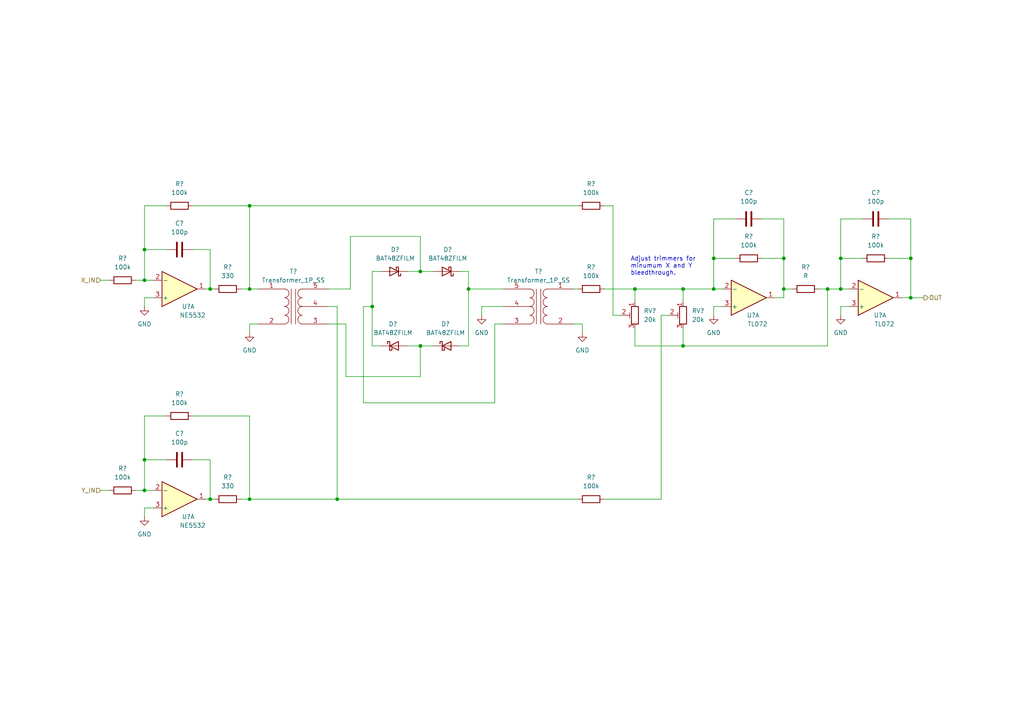
<source format=kicad_sch>
(kicad_sch (version 20211123) (generator eeschema)
  (paper "A4")
  (title_block (title "Josh Ox Ribon Synth Main VCO board") (date "2022-06-18") (rev "0") (comment 2 "creativecommons.org/licences/by/4.0") (comment 3 "license: CC by 4.0") (comment 4 "Author: Jordan Acete"))
  (lib_symbols
    (symbol "Amplifier_Operational:NE5532" (pin_names (offset 0.127))
      (property "Reference" "U" (at 0 5.08 0))
      (property "Value" "NE5532" (at 0 -5.08 0))
      (symbol "NE5532_1_1"
        (polyline (pts (xy -5.08 5.08) (xy 5.08 0) (xy -5.08 -5.08) (xy -5.08 5.08)) (stroke (width 0.254)) (fill (type background)))
        (pin output line (at 7.62 0 180) (length 2.54) (name "~") (number "1"))
        (pin input line (at -7.62 -2.54 0) (length 2.54) (name "-") (number "2"))
        (pin input line (at -7.62 2.54 0) (length 2.54) (name "+") (number "3"))
      )
      (symbol "NE5532_2_1"
        (polyline (pts (xy -5.08 5.08) (xy 5.08 0) (xy -5.08 -5.08) (xy -5.08 5.08)) (stroke (width 0.254)) (fill (type background)))
        (pin input line (at -7.62 2.54 0) (length 2.54) (name "+") (number "5"))
        (pin input line (at -7.62 -2.54 0) (length 2.54) (name "-") (number "6"))
        (pin output line (at 7.62 0 180) (length 2.54) (name "~") (number "7"))
      )
      (symbol "NE5532_3_1"
        (pin power_in line (at -2.54 -7.62 90) (length 3.81) (name "V-") (number "4"))
        (pin power_in line (at -2.54 7.62 270) (length 3.81) (name "V+") (number "8"))
      )
    )
    (symbol "Amplifier_Operational:TL072" (pin_names (offset 0.127))
      (property "Reference" "U" (at 0 5.08 0))
      (property "Value" "TL072" (at 0 -5.08 0))
      (symbol "TL072_1_1"
        (polyline (pts (xy -5.08 5.08) (xy 5.08 0) (xy -5.08 -5.08) (xy -5.08 5.08)) (stroke (width 0.254)) (fill (type background)))
        (pin output line (at 7.62 0 180) (length 2.54) (name "~") (number "1"))
        (pin input line (at -7.62 -2.54 0) (length 2.54) (name "-") (number "2"))
        (pin input line (at -7.62 2.54 0) (length 2.54) (name "+") (number "3"))
      )
      (symbol "TL072_2_1"
        (polyline (pts (xy -5.08 5.08) (xy 5.08 0) (xy -5.08 -5.08) (xy -5.08 5.08)) (stroke (width 0.254)) (fill (type background)))
        (pin input line (at -7.62 2.54 0) (length 2.54) (name "+") (number "5"))
        (pin input line (at -7.62 -2.54 0) (length 2.54) (name "-") (number "6"))
        (pin output line (at 7.62 0 180) (length 2.54) (name "~") (number "7"))
      )
      (symbol "TL072_3_1"
        (pin power_in line (at -2.54 -7.62 90) (length 3.81) (name "V-") (number "4"))
        (pin power_in line (at -2.54 7.62 270) (length 3.81) (name "V+") (number "8"))
      )
    )
    (symbol "Device:C" (pin_numbers hide) (pin_names (offset 0.254))
      (property "Reference" "C" (at 0.635 2.54 0))
      (property "Value" "C" (at 0.635 -2.54 0))
      (symbol "C_0_1"
        (polyline (pts (xy -2.032 -0.762) (xy 2.032 -0.762)) (stroke (width 0.508)))
        (polyline (pts (xy -2.032 0.762) (xy 2.032 0.762)) (stroke (width 0.508)))
      )
      (symbol "C_1_1"
        (pin passive line (at 0 3.81 270) (length 2.794) (name "~") (number "1"))
        (pin passive line (at 0 -3.81 90) (length 2.794) (name "~") (number "2"))
      )
    )
    (symbol "Device:R" (pin_numbers hide) (pin_names (offset 0))
      (property "Reference" "R" (at 2.032 0 90))
      (property "Value" "R" (at 0 0 90))
      (symbol "R_0_1"
        (rectangle (start -1.016 -2.54) (end 1.016 2.54) (stroke (width 0.254)))
      )
      (symbol "R_1_1"
        (pin passive line (at 0 3.81 270) (length 1.27) (name "~") (number "1"))
        (pin passive line (at 0 -3.81 90) (length 1.27) (name "~") (number "2"))
      )
    )
    (symbol "Device:R_Potentiometer_Trim" (pin_names (offset 1.016) hide)
      (property "Reference" "RV" (at -4.445 0 90))
      (property "Value" "R_Potentiometer_Trim" (at -2.54 0 90))
      (symbol "R_Potentiometer_Trim_0_1"
        (polyline (pts (xy 1.524 0.762) (xy 1.524 -0.762)))
        (polyline (pts (xy 2.54 0) (xy 1.524 0)))
        (rectangle (start 1.016 2.54) (end -1.016 -2.54) (stroke (width 0.254)))
      )
      (symbol "R_Potentiometer_Trim_1_1"
        (pin passive line (at 0 3.81 270) (length 1.27) (name "1") (number "1"))
        (pin passive line (at 3.81 0 180) (length 1.27) (name "2") (number "2"))
        (pin passive line (at 0 -3.81 90) (length 1.27) (name "3") (number "3"))
      )
    )
    (symbol "Device:Transformer_1P_SS" (pin_names (offset 1.016) hide)
      (property "Reference" "T" (at 0 6.35 0))
      (property "Value" "Transformer_1P_SS" (at 0 -7.62 0))
      (symbol "Transformer_1P_SS_0_1"
        (arc (start -2.54 -5.0546) (mid -1.6599 -4.6901) (end -1.27 -3.81))
        (arc (start -2.54 -2.5146) (mid -1.6599 -2.1501) (end -1.27 -1.27))
        (arc (start -2.54 0.0254) (mid -1.6599 0.3899) (end -1.27 1.27))
        (arc (start -2.54 2.5654) (mid -1.6599 2.9299) (end -1.27 3.81))
        (arc (start -1.27 -3.81) (mid -1.642 -2.912) (end -2.54 -2.54))
        (arc (start -1.27 -1.27) (mid -1.642 -0.372) (end -2.54 0))
        (arc (start -1.27 1.27) (mid -1.642 2.168) (end -2.54 2.54))
        (arc (start -1.27 3.81) (mid -1.642 4.708) (end -2.54 5.08))
        (polyline (pts (xy -0.635 5.08) (xy -0.635 -5.08)))
        (polyline (pts (xy 0.635 -5.08) (xy 0.635 5.08)))
        (arc (start 1.2954 -1.27) (mid 1.6599 -2.1501) (end 2.54 -2.5146))
        (arc (start 1.2954 1.27) (mid 1.6599 0.3899) (end 2.54 0.0254))
        (arc (start 1.2954 3.81) (mid 1.6599 2.9299) (end 2.54 2.5654))
        (arc (start 1.3208 -3.81) (mid 1.6853 -4.6901) (end 2.5654 -5.0546))
        (arc (start 2.54 0) (mid 1.642 -0.372) (end 1.2954 -1.27))
        (arc (start 2.54 2.54) (mid 1.642 2.168) (end 1.2954 1.27))
        (arc (start 2.54 5.08) (mid 1.642 4.708) (end 1.2954 3.81))
        (arc (start 2.5654 -2.54) (mid 1.6674 -2.912) (end 1.3208 -3.81))
      )
      (symbol "Transformer_1P_SS_1_1"
        (pin passive line (at -10.16 5.08 0) (length 7.62) (name "AA") (number "1"))
        (pin passive line (at -10.16 -5.08 0) (length 7.62) (name "AB") (number "2"))
        (pin passive line (at 10.16 -5.08 180) (length 7.62) (name "SA") (number "3"))
        (pin passive line (at 10.16 0 180) (length 7.62) (name "SC") (number "4"))
        (pin passive line (at 10.16 5.08 180) (length 7.62) (name "SB") (number "5"))
      )
    )
    (symbol "Diode:BAT48ZFILM" (pin_numbers hide) (pin_names (offset 1.016) hide)
      (property "Reference" "D" (at 0 2.54 0))
      (property "Value" "BAT48ZFILM" (at 0 -2.54 0))
      (symbol "BAT48ZFILM_0_1"
        (polyline (pts (xy 1.27 0) (xy -1.27 0)))
        (polyline (pts (xy 1.27 1.27) (xy 1.27 -1.27) (xy -1.27 0) (xy 1.27 1.27)) (stroke (width 0.254)))
        (polyline (pts (xy -1.905 0.635) (xy -1.905 1.27) (xy -1.27 1.27) (xy -1.27 -1.27) (xy -0.635 -1.27) (xy -0.635 -0.635)) (stroke (width 0.254)))
      )
      (symbol "BAT48ZFILM_1_1"
        (pin passive line (at -3.81 0 0) (length 2.54) (name "K") (number "1"))
        (pin passive line (at 3.81 0 180) (length 2.54) (name "A") (number "2"))
      )
    )
    (symbol "power:GND" (power) (pin_names (offset 0))
      (property "Value" "GND" (at 0 -3.81 0))
      (symbol "GND_0_1"
        (polyline (pts (xy 0 0) (xy 0 -1.27) (xy 1.27 -1.27) (xy 0 -2.54) (xy -1.27 -1.27) (xy 0 -1.27)))
      )
      (symbol "GND_1_1"
        (pin power_in line (at 0 0 270) (length 0) hide (name "GND") (number "1"))
      )
    )
  )
  (junction (at 264.16 86.36))
  (junction (at 60.96 144.78))
  (junction (at 198.12 100.33))
  (junction (at 264.16 74.93))
  (junction (at 227.33 74.93))
  (junction (at 243.84 83.82))
  (junction (at 121.92 78.74))
  (junction (at 184.15 83.82))
  (junction (at 41.91 81.28))
  (junction (at 60.96 83.82))
  (junction (at 107.95 88.9))
  (junction (at 41.91 142.24))
  (junction (at 41.91 133.35))
  (junction (at 72.39 144.78))
  (junction (at 72.39 59.69))
  (junction (at 97.79 144.78))
  (junction (at 240.03 83.82))
  (junction (at 207.01 74.93))
  (junction (at 243.84 74.93))
  (junction (at 121.92 100.33))
  (junction (at 207.01 83.82))
  (junction (at 135.89 83.82))
  (junction (at 198.12 83.82))
  (junction (at 72.39 83.82))
  (junction (at 227.33 83.82))
  (junction (at 41.91 72.39))
  (wire (pts (xy 101.6 83.82) (xy 95.25 83.82)))
  (wire (pts (xy 41.91 133.35) (xy 48.26 133.35)))
  (wire (pts (xy 261.62 86.36) (xy 264.16 86.36)))
  (wire (pts (xy 227.33 74.93) (xy 227.33 63.5)))
  (wire (pts (xy 29.21 142.24) (xy 31.75 142.24)))
  (wire (pts (xy 184.15 95.25) (xy 184.15 100.33)))
  (wire (pts (xy 39.37 142.24) (xy 41.91 142.24)))
  (wire (pts (xy 139.7 91.44) (xy 139.7 88.9)))
  (wire (pts (xy 97.79 144.78) (xy 167.64 144.78)))
  (wire (pts (xy 107.95 78.74) (xy 107.95 88.9)))
  (wire (pts (xy 207.01 83.82) (xy 207.01 74.93)))
  (wire (pts (xy 121.92 100.33) (xy 125.73 100.33)))
  (wire (pts (xy 72.39 144.78) (xy 72.39 120.65)))
  (wire (pts (xy 264.16 86.36) (xy 264.16 74.93)))
  (wire (pts (xy 180.34 91.44) (xy 177.8 91.44)))
  (wire (pts (xy 121.92 100.33) (xy 121.92 109.22)))
  (wire (pts (xy 60.96 72.39) (xy 55.88 72.39)))
  (wire (pts (xy 168.91 93.98) (xy 166.37 93.98)))
  (wire (pts (xy 207.01 63.5) (xy 213.36 63.5)))
  (wire (pts (xy 95.25 88.9) (xy 97.79 88.9)))
  (wire (pts (xy 101.6 68.58) (xy 101.6 83.82)))
  (wire (pts (xy 207.01 88.9) (xy 209.55 88.9)))
  (wire (pts (xy 264.16 63.5) (xy 257.81 63.5)))
  (wire (pts (xy 177.8 59.69) (xy 175.26 59.69)))
  (wire (pts (xy 100.33 93.98) (xy 95.25 93.98)))
  (wire (pts (xy 198.12 100.33) (xy 198.12 95.25)))
  (wire (pts (xy 168.91 96.52) (xy 168.91 93.98)))
  (wire (pts (xy 220.98 74.93) (xy 227.33 74.93)))
  (wire (pts (xy 243.84 74.93) (xy 243.84 63.5)))
  (wire (pts (xy 110.49 78.74) (xy 107.95 78.74)))
  (wire (pts (xy 100.33 109.22) (xy 100.33 93.98)))
  (wire (pts (xy 264.16 74.93) (xy 264.16 63.5)))
  (wire (pts (xy 105.41 88.9) (xy 107.95 88.9)))
  (wire (pts (xy 243.84 83.82) (xy 243.84 74.93)))
  (wire (pts (xy 243.84 74.93) (xy 250.19 74.93)))
  (wire (pts (xy 243.84 91.44) (xy 243.84 88.9)))
  (wire (pts (xy 60.96 133.35) (xy 55.88 133.35)))
  (wire (pts (xy 198.12 83.82) (xy 198.12 87.63)))
  (wire (pts (xy 264.16 86.36) (xy 267.97 86.36)))
  (wire (pts (xy 39.37 81.28) (xy 41.91 81.28)))
  (wire (pts (xy 240.03 83.82) (xy 243.84 83.82)))
  (wire (pts (xy 44.45 142.24) (xy 41.91 142.24)))
  (wire (pts (xy 41.91 88.9) (xy 41.91 86.36)))
  (wire (pts (xy 60.96 83.82) (xy 62.23 83.82)))
  (wire (pts (xy 227.33 83.82) (xy 227.33 74.93)))
  (wire (pts (xy 143.51 116.84) (xy 143.51 93.98)))
  (wire (pts (xy 121.92 78.74) (xy 121.92 68.58)))
  (wire (pts (xy 243.84 88.9) (xy 246.38 88.9)))
  (wire (pts (xy 191.77 91.44) (xy 191.77 144.78)))
  (wire (pts (xy 118.11 78.74) (xy 121.92 78.74)))
  (wire (pts (xy 107.95 100.33) (xy 110.49 100.33)))
  (wire (pts (xy 41.91 72.39) (xy 41.91 59.69)))
  (wire (pts (xy 237.49 83.82) (xy 240.03 83.82)))
  (wire (pts (xy 257.81 74.93) (xy 264.16 74.93)))
  (wire (pts (xy 41.91 120.65) (xy 48.26 120.65)))
  (wire (pts (xy 60.96 144.78) (xy 60.96 133.35)))
  (wire (pts (xy 191.77 144.78) (xy 175.26 144.78)))
  (wire (pts (xy 209.55 83.82) (xy 207.01 83.82)))
  (wire (pts (xy 135.89 78.74) (xy 135.89 83.82)))
  (wire (pts (xy 41.91 133.35) (xy 41.91 120.65)))
  (wire (pts (xy 55.88 59.69) (xy 72.39 59.69)))
  (wire (pts (xy 121.92 68.58) (xy 101.6 68.58)))
  (wire (pts (xy 60.96 83.82) (xy 60.96 72.39)))
  (wire (pts (xy 224.79 86.36) (xy 227.33 86.36)))
  (wire (pts (xy 207.01 74.93) (xy 213.36 74.93)))
  (wire (pts (xy 41.91 86.36) (xy 44.45 86.36)))
  (wire (pts (xy 243.84 63.5) (xy 250.19 63.5)))
  (wire (pts (xy 41.91 149.86) (xy 41.91 147.32)))
  (wire (pts (xy 72.39 144.78) (xy 97.79 144.78)))
  (wire (pts (xy 69.85 144.78) (xy 72.39 144.78)))
  (wire (pts (xy 175.26 83.82) (xy 184.15 83.82)))
  (wire (pts (xy 105.41 116.84) (xy 143.51 116.84)))
  (wire (pts (xy 133.35 78.74) (xy 135.89 78.74)))
  (wire (pts (xy 143.51 93.98) (xy 146.05 93.98)))
  (wire (pts (xy 41.91 81.28) (xy 41.91 72.39)))
  (wire (pts (xy 184.15 83.82) (xy 184.15 87.63)))
  (wire (pts (xy 227.33 63.5) (xy 220.98 63.5)))
  (wire (pts (xy 139.7 88.9) (xy 146.05 88.9)))
  (wire (pts (xy 177.8 91.44) (xy 177.8 59.69)))
  (wire (pts (xy 97.79 88.9) (xy 97.79 144.78)))
  (wire (pts (xy 59.69 144.78) (xy 60.96 144.78)))
  (wire (pts (xy 55.88 120.65) (xy 72.39 120.65)))
  (wire (pts (xy 121.92 78.74) (xy 125.73 78.74)))
  (wire (pts (xy 194.31 91.44) (xy 191.77 91.44)))
  (wire (pts (xy 41.91 142.24) (xy 41.91 133.35)))
  (wire (pts (xy 41.91 72.39) (xy 48.26 72.39)))
  (wire (pts (xy 135.89 83.82) (xy 135.89 100.33)))
  (wire (pts (xy 118.11 100.33) (xy 121.92 100.33)))
  (wire (pts (xy 166.37 83.82) (xy 167.64 83.82)))
  (wire (pts (xy 198.12 100.33) (xy 240.03 100.33)))
  (wire (pts (xy 246.38 83.82) (xy 243.84 83.82)))
  (wire (pts (xy 69.85 83.82) (xy 72.39 83.82)))
  (wire (pts (xy 207.01 91.44) (xy 207.01 88.9)))
  (wire (pts (xy 29.21 81.28) (xy 31.75 81.28)))
  (wire (pts (xy 227.33 83.82) (xy 229.87 83.82)))
  (wire (pts (xy 135.89 100.33) (xy 133.35 100.33)))
  (wire (pts (xy 105.41 88.9) (xy 105.41 116.84)))
  (wire (pts (xy 60.96 144.78) (xy 62.23 144.78)))
  (wire (pts (xy 167.64 59.69) (xy 72.39 59.69)))
  (wire (pts (xy 59.69 83.82) (xy 60.96 83.82)))
  (wire (pts (xy 107.95 88.9) (xy 107.95 100.33)))
  (wire (pts (xy 121.92 109.22) (xy 100.33 109.22)))
  (wire (pts (xy 41.91 147.32) (xy 44.45 147.32)))
  (wire (pts (xy 44.45 81.28) (xy 41.91 81.28)))
  (wire (pts (xy 184.15 100.33) (xy 198.12 100.33)))
  (wire (pts (xy 240.03 100.33) (xy 240.03 83.82)))
  (wire (pts (xy 207.01 74.93) (xy 207.01 63.5)))
  (wire (pts (xy 72.39 96.52) (xy 72.39 93.98)))
  (wire (pts (xy 72.39 93.98) (xy 74.93 93.98)))
  (wire (pts (xy 198.12 83.82) (xy 207.01 83.82)))
  (wire (pts (xy 72.39 83.82) (xy 74.93 83.82)))
  (wire (pts (xy 135.89 83.82) (xy 146.05 83.82)))
  (wire (pts (xy 41.91 59.69) (xy 48.26 59.69)))
  (wire (pts (xy 184.15 83.82) (xy 198.12 83.82)))
  (wire (pts (xy 72.39 59.69) (xy 72.39 83.82)))
  (wire (pts (xy 227.33 86.36) (xy 227.33 83.82)))
  (text "Adjust trimmers for\nminumum X and Y \nbleedthrough.\n" (at 182.88 80.01 0) (effects (font (size 1.27 1.27)) (justify left bottom)))
  (hierarchical_label "X_IN" (shape input) (at 29.21 81.28 180))
  (hierarchical_label "OUT" (shape output) (at 267.97 86.36 0))
  (hierarchical_label "Y_IN" (shape input) (at 29.21 142.24 180))
  (symbol (lib_id "Device:R") (at 35.56 81.28 90) (unit 1)
    (property "Reference" "R?" (at 35.56 74.93 90))
    (property "Value" "100k" (at 35.56 77.47 90))
  )
  (symbol (lib_id "Diode:BAT48ZFILM") (at 129.54 100.33 0) (unit 1)
    (property "Reference" "D?" (at 129.2225 93.98 0))
    (property "Value" "BAT48ZFILM" (at 129.2225 96.52 0))
    (property "Footprint" "Diode_SMD:D_SOD-123" (effects hide))
    (property "Datasheet" "www.st.com/resource/en/datasheet/bat48.pdf" (effects hide))
  )
  (symbol (lib_id "Device:R") (at 171.45 59.69 90) (unit 1)
    (property "Reference" "R?" (at 171.45 53.34 90))
    (property "Value" "100k" (at 171.45 55.88 90))
  )
  (symbol (lib_id "Device:R") (at 66.04 83.82 90) (unit 1)
    (property "Reference" "R?" (at 66.04 77.47 90))
    (property "Value" "330" (at 66.04 80.01 90))
  )
  (symbol (lib_id "Device:R") (at 254 74.93 90) (unit 1)
    (property "Reference" "R?" (at 254 68.58 90))
    (property "Value" "100k" (at 254 71.12 90))
  )
  (symbol (lib_id "power:GND") (at 207.01 91.44 0) (unit 1)
    (property "Reference" "#PWR?" (effects hide))
    (property "Value" "GND" (at 207.01 96.52 0))
  )
  (symbol (lib_id "power:GND") (at 72.39 96.52 0) (unit 1)
    (property "Reference" "#PWR?" (effects hide))
    (property "Value" "GND" (at 72.39 101.6 0))
  )
  (symbol (lib_id "Device:R") (at 171.45 83.82 90) (unit 1)
    (property "Reference" "R?" (at 171.45 77.47 90))
    (property "Value" "100k" (at 171.45 80.01 90))
  )
  (symbol (lib_id "Device:R_Potentiometer_Trim") (at 184.15 91.44 0) (mirror y) (unit 1)
    (property "Reference" "RV?" (at 186.69 90.1699 0) (effects (justify right)))
    (property "Value" "20k" (at 186.69 92.7099 0) (effects (justify right)))
  )
  (symbol (lib_id "power:GND") (at 41.91 149.86 0) (unit 1)
    (property "Reference" "#PWR?" (effects hide))
    (property "Value" "GND" (at 41.91 154.94 0))
  )
  (symbol (lib_id "power:GND") (at 41.91 88.9 0) (unit 1)
    (property "Reference" "#PWR?" (effects hide))
    (property "Value" "GND" (at 41.91 93.98 0))
  )
  (symbol (lib_id "Device:C") (at 254 63.5 90) (unit 1)
    (property "Reference" "C?" (at 254 55.88 90))
    (property "Value" "100p" (at 254 58.42 90))
  )
  (symbol (lib_id "Device:R") (at 171.45 144.78 90) (unit 1)
    (property "Reference" "R?" (at 171.45 138.43 90))
    (property "Value" "100k" (at 171.45 140.97 90))
  )
  (symbol (lib_id "Device:R_Potentiometer_Trim") (at 198.12 91.44 0) (mirror y) (unit 1)
    (property "Reference" "RV?" (at 200.66 90.1699 0) (effects (justify right)))
    (property "Value" "20k" (at 200.66 92.7099 0) (effects (justify right)))
  )
  (symbol (lib_id "Device:Transformer_1P_SS") (at 85.09 88.9 0) (unit 1)
    (property "Reference" "T?" (at 85.1027 78.74 0))
    (property "Value" "Transformer_1P_SS" (at 85.1027 81.28 0))
  )
  (symbol (lib_id "Device:Transformer_1P_SS") (at 156.21 88.9 0) (mirror y) (unit 1)
    (property "Reference" "T?" (at 156.1973 78.74 0))
    (property "Value" "Transformer_1P_SS" (at 156.1973 81.28 0))
  )
  (symbol (lib_id "Device:R") (at 233.68 83.82 90) (unit 1)
    (property "Reference" "R?" (at 233.68 77.47 90))
    (property "Value" "R" (at 233.68 80.01 90))
  )
  (symbol (lib_id "Amplifier_Operational:TL072") (at 254 86.36 0) (mirror x) (unit 1)
    (property "Reference" "U?" (at 255.27 91.44 0))
    (property "Value" "TL072" (at 256.54 93.98 0))
    (property "Datasheet" "http://www.ti.com/lit/ds/symlink/tl071.pdf" (effects hide))
  )
  (symbol (lib_id "Device:C") (at 52.07 133.35 90) (unit 1)
    (property "Reference" "C?" (at 52.07 125.73 90))
    (property "Value" "100p" (at 52.07 128.27 90))
  )
  (symbol (lib_id "Diode:BAT48ZFILM") (at 114.3 100.33 0) (unit 1)
    (property "Reference" "D?" (at 113.9825 93.98 0))
    (property "Value" "BAT48ZFILM" (at 113.9825 96.52 0))
    (property "Footprint" "Diode_SMD:D_SOD-123" (effects hide))
    (property "Datasheet" "www.st.com/resource/en/datasheet/bat48.pdf" (effects hide))
  )
  (symbol (lib_id "Amplifier_Operational:TL072") (at 217.17 86.36 0) (mirror x) (unit 1)
    (property "Reference" "U?" (at 218.44 91.44 0))
    (property "Value" "TL072" (at 219.71 93.98 0))
    (property "Datasheet" "http://www.ti.com/lit/ds/symlink/tl071.pdf" (effects hide))
  )
  (symbol (lib_id "Device:R") (at 52.07 59.69 90) (unit 1)
    (property "Reference" "R?" (at 52.07 53.34 90))
    (property "Value" "100k" (at 52.07 55.88 90))
  )
  (symbol (lib_id "power:GND") (at 168.91 96.52 0) (mirror y) (unit 1)
    (property "Reference" "#PWR?" (effects hide))
    (property "Value" "GND" (at 168.91 101.6 0))
  )
  (symbol (lib_id "Amplifier_Operational:NE5532") (at 52.07 83.82 0) (mirror x) (unit 1)
    (property "Reference" "U?" (at 54.61 88.9 0))
    (property "Value" "NE5532" (at 55.88 91.44 0))
    (property "Datasheet" "http://www.ti.com/lit/ds/symlink/ne5532.pdf" (effects hide))
  )
  (symbol (lib_id "Diode:BAT48ZFILM") (at 129.54 78.74 180) (unit 1)
    (property "Reference" "D?" (at 129.8575 72.39 0))
    (property "Value" "BAT48ZFILM" (at 129.8575 74.93 0))
    (property "Footprint" "Diode_SMD:D_SOD-123" (effects hide))
    (property "Datasheet" "www.st.com/resource/en/datasheet/bat48.pdf" (effects hide))
  )
  (symbol (lib_id "Amplifier_Operational:NE5532") (at 52.07 144.78 0) (mirror x) (unit 1)
    (property "Reference" "U?" (at 54.61 149.86 0))
    (property "Value" "NE5532" (at 55.88 152.4 0))
    (property "Datasheet" "http://www.ti.com/lit/ds/symlink/ne5532.pdf" (effects hide))
  )
  (symbol (lib_id "Device:C") (at 52.07 72.39 90) (unit 1)
    (property "Reference" "C?" (at 52.07 64.77 90))
    (property "Value" "100p" (at 52.07 67.31 90))
  )
  (symbol (lib_id "power:GND") (at 243.84 91.44 0) (unit 1)
    (property "Reference" "#PWR?" (effects hide))
    (property "Value" "GND" (at 243.84 96.52 0))
  )
  (symbol (lib_id "Device:R") (at 66.04 144.78 90) (unit 1)
    (property "Reference" "R?" (at 66.04 138.43 90))
    (property "Value" "330" (at 66.04 140.97 90))
  )
  (symbol (lib_id "Device:R") (at 217.17 74.93 90) (unit 1)
    (property "Reference" "R?" (at 217.17 68.58 90))
    (property "Value" "100k" (at 217.17 71.12 90))
  )
  (symbol (lib_id "Diode:BAT48ZFILM") (at 114.3 78.74 180) (unit 1)
    (property "Reference" "D?" (at 114.6175 72.39 0))
    (property "Value" "BAT48ZFILM" (at 114.6175 74.93 0))
    (property "Footprint" "Diode_SMD:D_SOD-123" (effects hide))
    (property "Datasheet" "www.st.com/resource/en/datasheet/bat48.pdf" (effects hide))
  )
  (symbol (lib_id "power:GND") (at 139.7 91.44 0) (unit 1)
    (property "Reference" "#PWR?" (effects hide))
    (property "Value" "GND" (at 139.7 96.52 0))
  )
  (symbol (lib_id "Device:R") (at 52.07 120.65 90) (unit 1)
    (property "Reference" "R?" (at 52.07 114.3 90))
    (property "Value" "100k" (at 52.07 116.84 90))
  )
  (symbol (lib_id "Device:R") (at 35.56 142.24 90) (unit 1)
    (property "Reference" "R?" (at 35.56 135.89 90))
    (property "Value" "100k" (at 35.56 138.43 90))
  )
  (symbol (lib_id "Device:C") (at 217.17 63.5 90) (unit 1)
    (property "Reference" "C?" (at 217.17 55.88 90))
    (property "Value" "100p" (at 217.17 58.42 90))
  )
)
</source>
